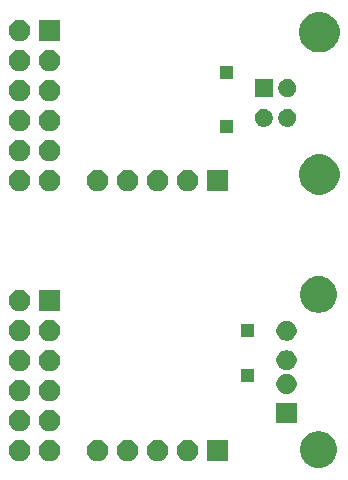
<source format=gbr>
G04 #@! TF.GenerationSoftware,KiCad,Pcbnew,5.1.6-c6e7f7d~86~ubuntu18.04.1*
G04 #@! TF.CreationDate,2021-05-10T20:55:15-07:00*
G04 #@! TF.ProjectId,usb_pmod,7573625f-706d-46f6-942e-6b696361645f,rev?*
G04 #@! TF.SameCoordinates,Original*
G04 #@! TF.FileFunction,Soldermask,Bot*
G04 #@! TF.FilePolarity,Negative*
%FSLAX46Y46*%
G04 Gerber Fmt 4.6, Leading zero omitted, Abs format (unit mm)*
G04 Created by KiCad (PCBNEW 5.1.6-c6e7f7d~86~ubuntu18.04.1) date 2021-05-10 20:55:15*
%MOMM*%
%LPD*%
G01*
G04 APERTURE LIST*
%ADD10C,0.100000*%
G04 APERTURE END LIST*
D10*
G36*
X109438585Y-105090802D02*
G01*
X109588410Y-105120604D01*
X109870674Y-105237521D01*
X110124705Y-105407259D01*
X110340741Y-105623295D01*
X110510479Y-105877326D01*
X110627396Y-106159590D01*
X110687000Y-106459240D01*
X110687000Y-106764760D01*
X110627396Y-107064410D01*
X110510479Y-107346674D01*
X110340741Y-107600705D01*
X110124705Y-107816741D01*
X109870674Y-107986479D01*
X109588410Y-108103396D01*
X109438585Y-108133198D01*
X109288761Y-108163000D01*
X108983239Y-108163000D01*
X108833415Y-108133198D01*
X108683590Y-108103396D01*
X108401326Y-107986479D01*
X108147295Y-107816741D01*
X107931259Y-107600705D01*
X107761521Y-107346674D01*
X107644604Y-107064410D01*
X107585000Y-106764760D01*
X107585000Y-106459240D01*
X107644604Y-106159590D01*
X107761521Y-105877326D01*
X107931259Y-105623295D01*
X108147295Y-105407259D01*
X108401326Y-105237521D01*
X108683590Y-105120604D01*
X108833415Y-105090802D01*
X108983239Y-105061000D01*
X109288761Y-105061000D01*
X109438585Y-105090802D01*
G37*
G36*
X101485000Y-107581000D02*
G01*
X99683000Y-107581000D01*
X99683000Y-105779000D01*
X101485000Y-105779000D01*
X101485000Y-107581000D01*
G37*
G36*
X86473512Y-105783927D02*
G01*
X86622812Y-105813624D01*
X86786784Y-105881544D01*
X86934354Y-105980147D01*
X87059853Y-106105646D01*
X87158456Y-106253216D01*
X87226376Y-106417188D01*
X87261000Y-106591259D01*
X87261000Y-106768741D01*
X87226376Y-106942812D01*
X87158456Y-107106784D01*
X87059853Y-107254354D01*
X86934354Y-107379853D01*
X86786784Y-107478456D01*
X86622812Y-107546376D01*
X86473512Y-107576073D01*
X86448742Y-107581000D01*
X86271258Y-107581000D01*
X86246488Y-107576073D01*
X86097188Y-107546376D01*
X85933216Y-107478456D01*
X85785646Y-107379853D01*
X85660147Y-107254354D01*
X85561544Y-107106784D01*
X85493624Y-106942812D01*
X85459000Y-106768741D01*
X85459000Y-106591259D01*
X85493624Y-106417188D01*
X85561544Y-106253216D01*
X85660147Y-106105646D01*
X85785646Y-105980147D01*
X85933216Y-105881544D01*
X86097188Y-105813624D01*
X86246488Y-105783927D01*
X86271258Y-105779000D01*
X86448742Y-105779000D01*
X86473512Y-105783927D01*
G37*
G36*
X83933512Y-105783927D02*
G01*
X84082812Y-105813624D01*
X84246784Y-105881544D01*
X84394354Y-105980147D01*
X84519853Y-106105646D01*
X84618456Y-106253216D01*
X84686376Y-106417188D01*
X84721000Y-106591259D01*
X84721000Y-106768741D01*
X84686376Y-106942812D01*
X84618456Y-107106784D01*
X84519853Y-107254354D01*
X84394354Y-107379853D01*
X84246784Y-107478456D01*
X84082812Y-107546376D01*
X83933512Y-107576073D01*
X83908742Y-107581000D01*
X83731258Y-107581000D01*
X83706488Y-107576073D01*
X83557188Y-107546376D01*
X83393216Y-107478456D01*
X83245646Y-107379853D01*
X83120147Y-107254354D01*
X83021544Y-107106784D01*
X82953624Y-106942812D01*
X82919000Y-106768741D01*
X82919000Y-106591259D01*
X82953624Y-106417188D01*
X83021544Y-106253216D01*
X83120147Y-106105646D01*
X83245646Y-105980147D01*
X83393216Y-105881544D01*
X83557188Y-105813624D01*
X83706488Y-105783927D01*
X83731258Y-105779000D01*
X83908742Y-105779000D01*
X83933512Y-105783927D01*
G37*
G36*
X98157512Y-105783927D02*
G01*
X98306812Y-105813624D01*
X98470784Y-105881544D01*
X98618354Y-105980147D01*
X98743853Y-106105646D01*
X98842456Y-106253216D01*
X98910376Y-106417188D01*
X98945000Y-106591259D01*
X98945000Y-106768741D01*
X98910376Y-106942812D01*
X98842456Y-107106784D01*
X98743853Y-107254354D01*
X98618354Y-107379853D01*
X98470784Y-107478456D01*
X98306812Y-107546376D01*
X98157512Y-107576073D01*
X98132742Y-107581000D01*
X97955258Y-107581000D01*
X97930488Y-107576073D01*
X97781188Y-107546376D01*
X97617216Y-107478456D01*
X97469646Y-107379853D01*
X97344147Y-107254354D01*
X97245544Y-107106784D01*
X97177624Y-106942812D01*
X97143000Y-106768741D01*
X97143000Y-106591259D01*
X97177624Y-106417188D01*
X97245544Y-106253216D01*
X97344147Y-106105646D01*
X97469646Y-105980147D01*
X97617216Y-105881544D01*
X97781188Y-105813624D01*
X97930488Y-105783927D01*
X97955258Y-105779000D01*
X98132742Y-105779000D01*
X98157512Y-105783927D01*
G37*
G36*
X93077512Y-105783927D02*
G01*
X93226812Y-105813624D01*
X93390784Y-105881544D01*
X93538354Y-105980147D01*
X93663853Y-106105646D01*
X93762456Y-106253216D01*
X93830376Y-106417188D01*
X93865000Y-106591259D01*
X93865000Y-106768741D01*
X93830376Y-106942812D01*
X93762456Y-107106784D01*
X93663853Y-107254354D01*
X93538354Y-107379853D01*
X93390784Y-107478456D01*
X93226812Y-107546376D01*
X93077512Y-107576073D01*
X93052742Y-107581000D01*
X92875258Y-107581000D01*
X92850488Y-107576073D01*
X92701188Y-107546376D01*
X92537216Y-107478456D01*
X92389646Y-107379853D01*
X92264147Y-107254354D01*
X92165544Y-107106784D01*
X92097624Y-106942812D01*
X92063000Y-106768741D01*
X92063000Y-106591259D01*
X92097624Y-106417188D01*
X92165544Y-106253216D01*
X92264147Y-106105646D01*
X92389646Y-105980147D01*
X92537216Y-105881544D01*
X92701188Y-105813624D01*
X92850488Y-105783927D01*
X92875258Y-105779000D01*
X93052742Y-105779000D01*
X93077512Y-105783927D01*
G37*
G36*
X90537512Y-105783927D02*
G01*
X90686812Y-105813624D01*
X90850784Y-105881544D01*
X90998354Y-105980147D01*
X91123853Y-106105646D01*
X91222456Y-106253216D01*
X91290376Y-106417188D01*
X91325000Y-106591259D01*
X91325000Y-106768741D01*
X91290376Y-106942812D01*
X91222456Y-107106784D01*
X91123853Y-107254354D01*
X90998354Y-107379853D01*
X90850784Y-107478456D01*
X90686812Y-107546376D01*
X90537512Y-107576073D01*
X90512742Y-107581000D01*
X90335258Y-107581000D01*
X90310488Y-107576073D01*
X90161188Y-107546376D01*
X89997216Y-107478456D01*
X89849646Y-107379853D01*
X89724147Y-107254354D01*
X89625544Y-107106784D01*
X89557624Y-106942812D01*
X89523000Y-106768741D01*
X89523000Y-106591259D01*
X89557624Y-106417188D01*
X89625544Y-106253216D01*
X89724147Y-106105646D01*
X89849646Y-105980147D01*
X89997216Y-105881544D01*
X90161188Y-105813624D01*
X90310488Y-105783927D01*
X90335258Y-105779000D01*
X90512742Y-105779000D01*
X90537512Y-105783927D01*
G37*
G36*
X95617512Y-105783927D02*
G01*
X95766812Y-105813624D01*
X95930784Y-105881544D01*
X96078354Y-105980147D01*
X96203853Y-106105646D01*
X96302456Y-106253216D01*
X96370376Y-106417188D01*
X96405000Y-106591259D01*
X96405000Y-106768741D01*
X96370376Y-106942812D01*
X96302456Y-107106784D01*
X96203853Y-107254354D01*
X96078354Y-107379853D01*
X95930784Y-107478456D01*
X95766812Y-107546376D01*
X95617512Y-107576073D01*
X95592742Y-107581000D01*
X95415258Y-107581000D01*
X95390488Y-107576073D01*
X95241188Y-107546376D01*
X95077216Y-107478456D01*
X94929646Y-107379853D01*
X94804147Y-107254354D01*
X94705544Y-107106784D01*
X94637624Y-106942812D01*
X94603000Y-106768741D01*
X94603000Y-106591259D01*
X94637624Y-106417188D01*
X94705544Y-106253216D01*
X94804147Y-106105646D01*
X94929646Y-105980147D01*
X95077216Y-105881544D01*
X95241188Y-105813624D01*
X95390488Y-105783927D01*
X95415258Y-105779000D01*
X95592742Y-105779000D01*
X95617512Y-105783927D01*
G37*
G36*
X86473512Y-103243927D02*
G01*
X86622812Y-103273624D01*
X86786784Y-103341544D01*
X86934354Y-103440147D01*
X87059853Y-103565646D01*
X87158456Y-103713216D01*
X87226376Y-103877188D01*
X87261000Y-104051259D01*
X87261000Y-104228741D01*
X87226376Y-104402812D01*
X87158456Y-104566784D01*
X87059853Y-104714354D01*
X86934354Y-104839853D01*
X86786784Y-104938456D01*
X86622812Y-105006376D01*
X86473512Y-105036073D01*
X86448742Y-105041000D01*
X86271258Y-105041000D01*
X86246488Y-105036073D01*
X86097188Y-105006376D01*
X85933216Y-104938456D01*
X85785646Y-104839853D01*
X85660147Y-104714354D01*
X85561544Y-104566784D01*
X85493624Y-104402812D01*
X85459000Y-104228741D01*
X85459000Y-104051259D01*
X85493624Y-103877188D01*
X85561544Y-103713216D01*
X85660147Y-103565646D01*
X85785646Y-103440147D01*
X85933216Y-103341544D01*
X86097188Y-103273624D01*
X86246488Y-103243927D01*
X86271258Y-103239000D01*
X86448742Y-103239000D01*
X86473512Y-103243927D01*
G37*
G36*
X83933512Y-103243927D02*
G01*
X84082812Y-103273624D01*
X84246784Y-103341544D01*
X84394354Y-103440147D01*
X84519853Y-103565646D01*
X84618456Y-103713216D01*
X84686376Y-103877188D01*
X84721000Y-104051259D01*
X84721000Y-104228741D01*
X84686376Y-104402812D01*
X84618456Y-104566784D01*
X84519853Y-104714354D01*
X84394354Y-104839853D01*
X84246784Y-104938456D01*
X84082812Y-105006376D01*
X83933512Y-105036073D01*
X83908742Y-105041000D01*
X83731258Y-105041000D01*
X83706488Y-105036073D01*
X83557188Y-105006376D01*
X83393216Y-104938456D01*
X83245646Y-104839853D01*
X83120147Y-104714354D01*
X83021544Y-104566784D01*
X82953624Y-104402812D01*
X82919000Y-104228741D01*
X82919000Y-104051259D01*
X82953624Y-103877188D01*
X83021544Y-103713216D01*
X83120147Y-103565646D01*
X83245646Y-103440147D01*
X83393216Y-103341544D01*
X83557188Y-103273624D01*
X83706488Y-103243927D01*
X83731258Y-103239000D01*
X83908742Y-103239000D01*
X83933512Y-103243927D01*
G37*
G36*
X107277000Y-104393000D02*
G01*
X105575000Y-104393000D01*
X105575000Y-102691000D01*
X107277000Y-102691000D01*
X107277000Y-104393000D01*
G37*
G36*
X86473512Y-100703927D02*
G01*
X86622812Y-100733624D01*
X86786784Y-100801544D01*
X86934354Y-100900147D01*
X87059853Y-101025646D01*
X87158456Y-101173216D01*
X87226376Y-101337188D01*
X87261000Y-101511259D01*
X87261000Y-101688741D01*
X87226376Y-101862812D01*
X87158456Y-102026784D01*
X87059853Y-102174354D01*
X86934354Y-102299853D01*
X86786784Y-102398456D01*
X86622812Y-102466376D01*
X86473512Y-102496073D01*
X86448742Y-102501000D01*
X86271258Y-102501000D01*
X86246488Y-102496073D01*
X86097188Y-102466376D01*
X85933216Y-102398456D01*
X85785646Y-102299853D01*
X85660147Y-102174354D01*
X85561544Y-102026784D01*
X85493624Y-101862812D01*
X85459000Y-101688741D01*
X85459000Y-101511259D01*
X85493624Y-101337188D01*
X85561544Y-101173216D01*
X85660147Y-101025646D01*
X85785646Y-100900147D01*
X85933216Y-100801544D01*
X86097188Y-100733624D01*
X86246488Y-100703927D01*
X86271258Y-100699000D01*
X86448742Y-100699000D01*
X86473512Y-100703927D01*
G37*
G36*
X83933512Y-100703927D02*
G01*
X84082812Y-100733624D01*
X84246784Y-100801544D01*
X84394354Y-100900147D01*
X84519853Y-101025646D01*
X84618456Y-101173216D01*
X84686376Y-101337188D01*
X84721000Y-101511259D01*
X84721000Y-101688741D01*
X84686376Y-101862812D01*
X84618456Y-102026784D01*
X84519853Y-102174354D01*
X84394354Y-102299853D01*
X84246784Y-102398456D01*
X84082812Y-102466376D01*
X83933512Y-102496073D01*
X83908742Y-102501000D01*
X83731258Y-102501000D01*
X83706488Y-102496073D01*
X83557188Y-102466376D01*
X83393216Y-102398456D01*
X83245646Y-102299853D01*
X83120147Y-102174354D01*
X83021544Y-102026784D01*
X82953624Y-101862812D01*
X82919000Y-101688741D01*
X82919000Y-101511259D01*
X82953624Y-101337188D01*
X83021544Y-101173216D01*
X83120147Y-101025646D01*
X83245646Y-100900147D01*
X83393216Y-100801544D01*
X83557188Y-100733624D01*
X83706488Y-100703927D01*
X83731258Y-100699000D01*
X83908742Y-100699000D01*
X83933512Y-100703927D01*
G37*
G36*
X106674228Y-100223703D02*
G01*
X106829100Y-100287853D01*
X106968481Y-100380985D01*
X107087015Y-100499519D01*
X107180147Y-100638900D01*
X107244297Y-100793772D01*
X107277000Y-100958184D01*
X107277000Y-101125816D01*
X107244297Y-101290228D01*
X107180147Y-101445100D01*
X107087015Y-101584481D01*
X106968481Y-101703015D01*
X106829100Y-101796147D01*
X106674228Y-101860297D01*
X106509816Y-101893000D01*
X106342184Y-101893000D01*
X106177772Y-101860297D01*
X106022900Y-101796147D01*
X105883519Y-101703015D01*
X105764985Y-101584481D01*
X105671853Y-101445100D01*
X105607703Y-101290228D01*
X105575000Y-101125816D01*
X105575000Y-100958184D01*
X105607703Y-100793772D01*
X105671853Y-100638900D01*
X105764985Y-100499519D01*
X105883519Y-100380985D01*
X106022900Y-100287853D01*
X106177772Y-100223703D01*
X106342184Y-100191000D01*
X106509816Y-100191000D01*
X106674228Y-100223703D01*
G37*
G36*
X103675000Y-100881000D02*
G01*
X102573000Y-100881000D01*
X102573000Y-99779000D01*
X103675000Y-99779000D01*
X103675000Y-100881000D01*
G37*
G36*
X86473512Y-98163927D02*
G01*
X86622812Y-98193624D01*
X86786784Y-98261544D01*
X86934354Y-98360147D01*
X87059853Y-98485646D01*
X87158456Y-98633216D01*
X87226376Y-98797188D01*
X87256073Y-98946488D01*
X87258400Y-98958185D01*
X87261000Y-98971259D01*
X87261000Y-99148741D01*
X87226376Y-99322812D01*
X87158456Y-99486784D01*
X87059853Y-99634354D01*
X86934354Y-99759853D01*
X86786784Y-99858456D01*
X86622812Y-99926376D01*
X86473512Y-99956073D01*
X86448742Y-99961000D01*
X86271258Y-99961000D01*
X86246488Y-99956073D01*
X86097188Y-99926376D01*
X85933216Y-99858456D01*
X85785646Y-99759853D01*
X85660147Y-99634354D01*
X85561544Y-99486784D01*
X85493624Y-99322812D01*
X85459000Y-99148741D01*
X85459000Y-98971259D01*
X85461601Y-98958185D01*
X85463927Y-98946488D01*
X85493624Y-98797188D01*
X85561544Y-98633216D01*
X85660147Y-98485646D01*
X85785646Y-98360147D01*
X85933216Y-98261544D01*
X86097188Y-98193624D01*
X86246488Y-98163927D01*
X86271258Y-98159000D01*
X86448742Y-98159000D01*
X86473512Y-98163927D01*
G37*
G36*
X83933512Y-98163927D02*
G01*
X84082812Y-98193624D01*
X84246784Y-98261544D01*
X84394354Y-98360147D01*
X84519853Y-98485646D01*
X84618456Y-98633216D01*
X84686376Y-98797188D01*
X84716073Y-98946488D01*
X84718400Y-98958185D01*
X84721000Y-98971259D01*
X84721000Y-99148741D01*
X84686376Y-99322812D01*
X84618456Y-99486784D01*
X84519853Y-99634354D01*
X84394354Y-99759853D01*
X84246784Y-99858456D01*
X84082812Y-99926376D01*
X83933512Y-99956073D01*
X83908742Y-99961000D01*
X83731258Y-99961000D01*
X83706488Y-99956073D01*
X83557188Y-99926376D01*
X83393216Y-99858456D01*
X83245646Y-99759853D01*
X83120147Y-99634354D01*
X83021544Y-99486784D01*
X82953624Y-99322812D01*
X82919000Y-99148741D01*
X82919000Y-98971259D01*
X82921601Y-98958185D01*
X82923927Y-98946488D01*
X82953624Y-98797188D01*
X83021544Y-98633216D01*
X83120147Y-98485646D01*
X83245646Y-98360147D01*
X83393216Y-98261544D01*
X83557188Y-98193624D01*
X83706488Y-98163927D01*
X83731258Y-98159000D01*
X83908742Y-98159000D01*
X83933512Y-98163927D01*
G37*
G36*
X106674228Y-98223703D02*
G01*
X106829100Y-98287853D01*
X106968481Y-98380985D01*
X107087015Y-98499519D01*
X107180147Y-98638900D01*
X107244297Y-98793772D01*
X107277000Y-98958184D01*
X107277000Y-99125816D01*
X107244297Y-99290228D01*
X107180147Y-99445100D01*
X107087015Y-99584481D01*
X106968481Y-99703015D01*
X106829100Y-99796147D01*
X106674228Y-99860297D01*
X106509816Y-99893000D01*
X106342184Y-99893000D01*
X106177772Y-99860297D01*
X106022900Y-99796147D01*
X105883519Y-99703015D01*
X105764985Y-99584481D01*
X105671853Y-99445100D01*
X105607703Y-99290228D01*
X105575000Y-99125816D01*
X105575000Y-98958184D01*
X105607703Y-98793772D01*
X105671853Y-98638900D01*
X105764985Y-98499519D01*
X105883519Y-98380985D01*
X106022900Y-98287853D01*
X106177772Y-98223703D01*
X106342184Y-98191000D01*
X106509816Y-98191000D01*
X106674228Y-98223703D01*
G37*
G36*
X86473512Y-95623927D02*
G01*
X86622812Y-95653624D01*
X86786784Y-95721544D01*
X86934354Y-95820147D01*
X87059853Y-95945646D01*
X87158456Y-96093216D01*
X87226376Y-96257188D01*
X87261000Y-96431259D01*
X87261000Y-96608741D01*
X87226376Y-96782812D01*
X87158456Y-96946784D01*
X87059853Y-97094354D01*
X86934354Y-97219853D01*
X86786784Y-97318456D01*
X86622812Y-97386376D01*
X86473512Y-97416073D01*
X86448742Y-97421000D01*
X86271258Y-97421000D01*
X86246488Y-97416073D01*
X86097188Y-97386376D01*
X85933216Y-97318456D01*
X85785646Y-97219853D01*
X85660147Y-97094354D01*
X85561544Y-96946784D01*
X85493624Y-96782812D01*
X85459000Y-96608741D01*
X85459000Y-96431259D01*
X85493624Y-96257188D01*
X85561544Y-96093216D01*
X85660147Y-95945646D01*
X85785646Y-95820147D01*
X85933216Y-95721544D01*
X86097188Y-95653624D01*
X86246488Y-95623927D01*
X86271258Y-95619000D01*
X86448742Y-95619000D01*
X86473512Y-95623927D01*
G37*
G36*
X83933512Y-95623927D02*
G01*
X84082812Y-95653624D01*
X84246784Y-95721544D01*
X84394354Y-95820147D01*
X84519853Y-95945646D01*
X84618456Y-96093216D01*
X84686376Y-96257188D01*
X84721000Y-96431259D01*
X84721000Y-96608741D01*
X84686376Y-96782812D01*
X84618456Y-96946784D01*
X84519853Y-97094354D01*
X84394354Y-97219853D01*
X84246784Y-97318456D01*
X84082812Y-97386376D01*
X83933512Y-97416073D01*
X83908742Y-97421000D01*
X83731258Y-97421000D01*
X83706488Y-97416073D01*
X83557188Y-97386376D01*
X83393216Y-97318456D01*
X83245646Y-97219853D01*
X83120147Y-97094354D01*
X83021544Y-96946784D01*
X82953624Y-96782812D01*
X82919000Y-96608741D01*
X82919000Y-96431259D01*
X82953624Y-96257188D01*
X83021544Y-96093216D01*
X83120147Y-95945646D01*
X83245646Y-95820147D01*
X83393216Y-95721544D01*
X83557188Y-95653624D01*
X83706488Y-95623927D01*
X83731258Y-95619000D01*
X83908742Y-95619000D01*
X83933512Y-95623927D01*
G37*
G36*
X106674228Y-95723703D02*
G01*
X106829100Y-95787853D01*
X106968481Y-95880985D01*
X107087015Y-95999519D01*
X107180147Y-96138900D01*
X107244297Y-96293772D01*
X107277000Y-96458184D01*
X107277000Y-96625816D01*
X107244297Y-96790228D01*
X107180147Y-96945100D01*
X107087015Y-97084481D01*
X106968481Y-97203015D01*
X106829100Y-97296147D01*
X106674228Y-97360297D01*
X106509816Y-97393000D01*
X106342184Y-97393000D01*
X106177772Y-97360297D01*
X106022900Y-97296147D01*
X105883519Y-97203015D01*
X105764985Y-97084481D01*
X105671853Y-96945100D01*
X105607703Y-96790228D01*
X105575000Y-96625816D01*
X105575000Y-96458184D01*
X105607703Y-96293772D01*
X105671853Y-96138900D01*
X105764985Y-95999519D01*
X105883519Y-95880985D01*
X106022900Y-95787853D01*
X106177772Y-95723703D01*
X106342184Y-95691000D01*
X106509816Y-95691000D01*
X106674228Y-95723703D01*
G37*
G36*
X103675000Y-97071000D02*
G01*
X102573000Y-97071000D01*
X102573000Y-95969000D01*
X103675000Y-95969000D01*
X103675000Y-97071000D01*
G37*
G36*
X109438585Y-91950802D02*
G01*
X109588410Y-91980604D01*
X109870674Y-92097521D01*
X110124705Y-92267259D01*
X110340741Y-92483295D01*
X110510479Y-92737326D01*
X110627396Y-93019590D01*
X110687000Y-93319240D01*
X110687000Y-93624760D01*
X110627396Y-93924410D01*
X110510479Y-94206674D01*
X110340741Y-94460705D01*
X110124705Y-94676741D01*
X109870674Y-94846479D01*
X109588410Y-94963396D01*
X109438585Y-94993198D01*
X109288761Y-95023000D01*
X108983239Y-95023000D01*
X108833415Y-94993198D01*
X108683590Y-94963396D01*
X108401326Y-94846479D01*
X108147295Y-94676741D01*
X107931259Y-94460705D01*
X107761521Y-94206674D01*
X107644604Y-93924410D01*
X107585000Y-93624760D01*
X107585000Y-93319240D01*
X107644604Y-93019590D01*
X107761521Y-92737326D01*
X107931259Y-92483295D01*
X108147295Y-92267259D01*
X108401326Y-92097521D01*
X108683590Y-91980604D01*
X108833415Y-91950802D01*
X108983239Y-91921000D01*
X109288761Y-91921000D01*
X109438585Y-91950802D01*
G37*
G36*
X87261000Y-94881000D02*
G01*
X85459000Y-94881000D01*
X85459000Y-93079000D01*
X87261000Y-93079000D01*
X87261000Y-94881000D01*
G37*
G36*
X83933512Y-93083927D02*
G01*
X84082812Y-93113624D01*
X84246784Y-93181544D01*
X84394354Y-93280147D01*
X84519853Y-93405646D01*
X84618456Y-93553216D01*
X84686376Y-93717188D01*
X84721000Y-93891259D01*
X84721000Y-94068741D01*
X84686376Y-94242812D01*
X84618456Y-94406784D01*
X84519853Y-94554354D01*
X84394354Y-94679853D01*
X84246784Y-94778456D01*
X84082812Y-94846376D01*
X83933512Y-94876073D01*
X83908742Y-94881000D01*
X83731258Y-94881000D01*
X83706488Y-94876073D01*
X83557188Y-94846376D01*
X83393216Y-94778456D01*
X83245646Y-94679853D01*
X83120147Y-94554354D01*
X83021544Y-94406784D01*
X82953624Y-94242812D01*
X82919000Y-94068741D01*
X82919000Y-93891259D01*
X82953624Y-93717188D01*
X83021544Y-93553216D01*
X83120147Y-93405646D01*
X83245646Y-93280147D01*
X83393216Y-93181544D01*
X83557188Y-93113624D01*
X83706488Y-93083927D01*
X83731258Y-93079000D01*
X83908742Y-93079000D01*
X83933512Y-93083927D01*
G37*
G36*
X109700496Y-81668675D02*
G01*
X110011513Y-81797503D01*
X110011515Y-81797504D01*
X110291424Y-81984533D01*
X110529467Y-82222576D01*
X110716496Y-82502485D01*
X110716497Y-82502487D01*
X110845325Y-82813504D01*
X110911000Y-83143677D01*
X110911000Y-83480323D01*
X110845325Y-83810496D01*
X110716497Y-84121513D01*
X110716496Y-84121515D01*
X110529467Y-84401424D01*
X110291424Y-84639467D01*
X110011515Y-84826496D01*
X110011514Y-84826497D01*
X110011513Y-84826497D01*
X109700496Y-84955325D01*
X109370323Y-85021000D01*
X109033677Y-85021000D01*
X108703504Y-84955325D01*
X108392487Y-84826497D01*
X108392486Y-84826497D01*
X108392485Y-84826496D01*
X108112576Y-84639467D01*
X107874533Y-84401424D01*
X107687504Y-84121515D01*
X107687503Y-84121513D01*
X107558675Y-83810496D01*
X107493000Y-83480323D01*
X107493000Y-83143677D01*
X107558675Y-82813504D01*
X107687503Y-82502487D01*
X107687504Y-82502485D01*
X107874533Y-82222576D01*
X108112576Y-81984533D01*
X108392485Y-81797504D01*
X108392487Y-81797503D01*
X108703504Y-81668675D01*
X109033677Y-81603000D01*
X109370323Y-81603000D01*
X109700496Y-81668675D01*
G37*
G36*
X93077512Y-82923927D02*
G01*
X93226812Y-82953624D01*
X93390784Y-83021544D01*
X93538354Y-83120147D01*
X93663853Y-83245646D01*
X93762456Y-83393216D01*
X93830376Y-83557188D01*
X93865000Y-83731259D01*
X93865000Y-83908741D01*
X93830376Y-84082812D01*
X93762456Y-84246784D01*
X93663853Y-84394354D01*
X93538354Y-84519853D01*
X93390784Y-84618456D01*
X93226812Y-84686376D01*
X93077512Y-84716073D01*
X93052742Y-84721000D01*
X92875258Y-84721000D01*
X92850488Y-84716073D01*
X92701188Y-84686376D01*
X92537216Y-84618456D01*
X92389646Y-84519853D01*
X92264147Y-84394354D01*
X92165544Y-84246784D01*
X92097624Y-84082812D01*
X92063000Y-83908741D01*
X92063000Y-83731259D01*
X92097624Y-83557188D01*
X92165544Y-83393216D01*
X92264147Y-83245646D01*
X92389646Y-83120147D01*
X92537216Y-83021544D01*
X92701188Y-82953624D01*
X92850488Y-82923927D01*
X92875258Y-82919000D01*
X93052742Y-82919000D01*
X93077512Y-82923927D01*
G37*
G36*
X98157512Y-82923927D02*
G01*
X98306812Y-82953624D01*
X98470784Y-83021544D01*
X98618354Y-83120147D01*
X98743853Y-83245646D01*
X98842456Y-83393216D01*
X98910376Y-83557188D01*
X98945000Y-83731259D01*
X98945000Y-83908741D01*
X98910376Y-84082812D01*
X98842456Y-84246784D01*
X98743853Y-84394354D01*
X98618354Y-84519853D01*
X98470784Y-84618456D01*
X98306812Y-84686376D01*
X98157512Y-84716073D01*
X98132742Y-84721000D01*
X97955258Y-84721000D01*
X97930488Y-84716073D01*
X97781188Y-84686376D01*
X97617216Y-84618456D01*
X97469646Y-84519853D01*
X97344147Y-84394354D01*
X97245544Y-84246784D01*
X97177624Y-84082812D01*
X97143000Y-83908741D01*
X97143000Y-83731259D01*
X97177624Y-83557188D01*
X97245544Y-83393216D01*
X97344147Y-83245646D01*
X97469646Y-83120147D01*
X97617216Y-83021544D01*
X97781188Y-82953624D01*
X97930488Y-82923927D01*
X97955258Y-82919000D01*
X98132742Y-82919000D01*
X98157512Y-82923927D01*
G37*
G36*
X101485000Y-84721000D02*
G01*
X99683000Y-84721000D01*
X99683000Y-82919000D01*
X101485000Y-82919000D01*
X101485000Y-84721000D01*
G37*
G36*
X83933512Y-82923927D02*
G01*
X84082812Y-82953624D01*
X84246784Y-83021544D01*
X84394354Y-83120147D01*
X84519853Y-83245646D01*
X84618456Y-83393216D01*
X84686376Y-83557188D01*
X84721000Y-83731259D01*
X84721000Y-83908741D01*
X84686376Y-84082812D01*
X84618456Y-84246784D01*
X84519853Y-84394354D01*
X84394354Y-84519853D01*
X84246784Y-84618456D01*
X84082812Y-84686376D01*
X83933512Y-84716073D01*
X83908742Y-84721000D01*
X83731258Y-84721000D01*
X83706488Y-84716073D01*
X83557188Y-84686376D01*
X83393216Y-84618456D01*
X83245646Y-84519853D01*
X83120147Y-84394354D01*
X83021544Y-84246784D01*
X82953624Y-84082812D01*
X82919000Y-83908741D01*
X82919000Y-83731259D01*
X82953624Y-83557188D01*
X83021544Y-83393216D01*
X83120147Y-83245646D01*
X83245646Y-83120147D01*
X83393216Y-83021544D01*
X83557188Y-82953624D01*
X83706488Y-82923927D01*
X83731258Y-82919000D01*
X83908742Y-82919000D01*
X83933512Y-82923927D01*
G37*
G36*
X86473512Y-82923927D02*
G01*
X86622812Y-82953624D01*
X86786784Y-83021544D01*
X86934354Y-83120147D01*
X87059853Y-83245646D01*
X87158456Y-83393216D01*
X87226376Y-83557188D01*
X87261000Y-83731259D01*
X87261000Y-83908741D01*
X87226376Y-84082812D01*
X87158456Y-84246784D01*
X87059853Y-84394354D01*
X86934354Y-84519853D01*
X86786784Y-84618456D01*
X86622812Y-84686376D01*
X86473512Y-84716073D01*
X86448742Y-84721000D01*
X86271258Y-84721000D01*
X86246488Y-84716073D01*
X86097188Y-84686376D01*
X85933216Y-84618456D01*
X85785646Y-84519853D01*
X85660147Y-84394354D01*
X85561544Y-84246784D01*
X85493624Y-84082812D01*
X85459000Y-83908741D01*
X85459000Y-83731259D01*
X85493624Y-83557188D01*
X85561544Y-83393216D01*
X85660147Y-83245646D01*
X85785646Y-83120147D01*
X85933216Y-83021544D01*
X86097188Y-82953624D01*
X86246488Y-82923927D01*
X86271258Y-82919000D01*
X86448742Y-82919000D01*
X86473512Y-82923927D01*
G37*
G36*
X90537512Y-82923927D02*
G01*
X90686812Y-82953624D01*
X90850784Y-83021544D01*
X90998354Y-83120147D01*
X91123853Y-83245646D01*
X91222456Y-83393216D01*
X91290376Y-83557188D01*
X91325000Y-83731259D01*
X91325000Y-83908741D01*
X91290376Y-84082812D01*
X91222456Y-84246784D01*
X91123853Y-84394354D01*
X90998354Y-84519853D01*
X90850784Y-84618456D01*
X90686812Y-84686376D01*
X90537512Y-84716073D01*
X90512742Y-84721000D01*
X90335258Y-84721000D01*
X90310488Y-84716073D01*
X90161188Y-84686376D01*
X89997216Y-84618456D01*
X89849646Y-84519853D01*
X89724147Y-84394354D01*
X89625544Y-84246784D01*
X89557624Y-84082812D01*
X89523000Y-83908741D01*
X89523000Y-83731259D01*
X89557624Y-83557188D01*
X89625544Y-83393216D01*
X89724147Y-83245646D01*
X89849646Y-83120147D01*
X89997216Y-83021544D01*
X90161188Y-82953624D01*
X90310488Y-82923927D01*
X90335258Y-82919000D01*
X90512742Y-82919000D01*
X90537512Y-82923927D01*
G37*
G36*
X95617512Y-82923927D02*
G01*
X95766812Y-82953624D01*
X95930784Y-83021544D01*
X96078354Y-83120147D01*
X96203853Y-83245646D01*
X96302456Y-83393216D01*
X96370376Y-83557188D01*
X96405000Y-83731259D01*
X96405000Y-83908741D01*
X96370376Y-84082812D01*
X96302456Y-84246784D01*
X96203853Y-84394354D01*
X96078354Y-84519853D01*
X95930784Y-84618456D01*
X95766812Y-84686376D01*
X95617512Y-84716073D01*
X95592742Y-84721000D01*
X95415258Y-84721000D01*
X95390488Y-84716073D01*
X95241188Y-84686376D01*
X95077216Y-84618456D01*
X94929646Y-84519853D01*
X94804147Y-84394354D01*
X94705544Y-84246784D01*
X94637624Y-84082812D01*
X94603000Y-83908741D01*
X94603000Y-83731259D01*
X94637624Y-83557188D01*
X94705544Y-83393216D01*
X94804147Y-83245646D01*
X94929646Y-83120147D01*
X95077216Y-83021544D01*
X95241188Y-82953624D01*
X95390488Y-82923927D01*
X95415258Y-82919000D01*
X95592742Y-82919000D01*
X95617512Y-82923927D01*
G37*
G36*
X86473512Y-80383927D02*
G01*
X86622812Y-80413624D01*
X86786784Y-80481544D01*
X86934354Y-80580147D01*
X87059853Y-80705646D01*
X87158456Y-80853216D01*
X87226376Y-81017188D01*
X87261000Y-81191259D01*
X87261000Y-81368741D01*
X87226376Y-81542812D01*
X87158456Y-81706784D01*
X87059853Y-81854354D01*
X86934354Y-81979853D01*
X86786784Y-82078456D01*
X86622812Y-82146376D01*
X86473512Y-82176073D01*
X86448742Y-82181000D01*
X86271258Y-82181000D01*
X86246488Y-82176073D01*
X86097188Y-82146376D01*
X85933216Y-82078456D01*
X85785646Y-81979853D01*
X85660147Y-81854354D01*
X85561544Y-81706784D01*
X85493624Y-81542812D01*
X85459000Y-81368741D01*
X85459000Y-81191259D01*
X85493624Y-81017188D01*
X85561544Y-80853216D01*
X85660147Y-80705646D01*
X85785646Y-80580147D01*
X85933216Y-80481544D01*
X86097188Y-80413624D01*
X86246488Y-80383927D01*
X86271258Y-80379000D01*
X86448742Y-80379000D01*
X86473512Y-80383927D01*
G37*
G36*
X83933512Y-80383927D02*
G01*
X84082812Y-80413624D01*
X84246784Y-80481544D01*
X84394354Y-80580147D01*
X84519853Y-80705646D01*
X84618456Y-80853216D01*
X84686376Y-81017188D01*
X84721000Y-81191259D01*
X84721000Y-81368741D01*
X84686376Y-81542812D01*
X84618456Y-81706784D01*
X84519853Y-81854354D01*
X84394354Y-81979853D01*
X84246784Y-82078456D01*
X84082812Y-82146376D01*
X83933512Y-82176073D01*
X83908742Y-82181000D01*
X83731258Y-82181000D01*
X83706488Y-82176073D01*
X83557188Y-82146376D01*
X83393216Y-82078456D01*
X83245646Y-81979853D01*
X83120147Y-81854354D01*
X83021544Y-81706784D01*
X82953624Y-81542812D01*
X82919000Y-81368741D01*
X82919000Y-81191259D01*
X82953624Y-81017188D01*
X83021544Y-80853216D01*
X83120147Y-80705646D01*
X83245646Y-80580147D01*
X83393216Y-80481544D01*
X83557188Y-80413624D01*
X83706488Y-80383927D01*
X83731258Y-80379000D01*
X83908742Y-80379000D01*
X83933512Y-80383927D01*
G37*
G36*
X101897000Y-79799000D02*
G01*
X100795000Y-79799000D01*
X100795000Y-78697000D01*
X101897000Y-78697000D01*
X101897000Y-79799000D01*
G37*
G36*
X86473512Y-77843927D02*
G01*
X86622812Y-77873624D01*
X86786784Y-77941544D01*
X86934354Y-78040147D01*
X87059853Y-78165646D01*
X87158456Y-78313216D01*
X87226376Y-78477188D01*
X87261000Y-78651259D01*
X87261000Y-78828741D01*
X87226376Y-79002812D01*
X87158456Y-79166784D01*
X87059853Y-79314354D01*
X86934354Y-79439853D01*
X86786784Y-79538456D01*
X86622812Y-79606376D01*
X86473512Y-79636073D01*
X86448742Y-79641000D01*
X86271258Y-79641000D01*
X86246488Y-79636073D01*
X86097188Y-79606376D01*
X85933216Y-79538456D01*
X85785646Y-79439853D01*
X85660147Y-79314354D01*
X85561544Y-79166784D01*
X85493624Y-79002812D01*
X85459000Y-78828741D01*
X85459000Y-78651259D01*
X85493624Y-78477188D01*
X85561544Y-78313216D01*
X85660147Y-78165646D01*
X85785646Y-78040147D01*
X85933216Y-77941544D01*
X86097188Y-77873624D01*
X86246488Y-77843927D01*
X86271258Y-77839000D01*
X86448742Y-77839000D01*
X86473512Y-77843927D01*
G37*
G36*
X83933512Y-77843927D02*
G01*
X84082812Y-77873624D01*
X84246784Y-77941544D01*
X84394354Y-78040147D01*
X84519853Y-78165646D01*
X84618456Y-78313216D01*
X84686376Y-78477188D01*
X84721000Y-78651259D01*
X84721000Y-78828741D01*
X84686376Y-79002812D01*
X84618456Y-79166784D01*
X84519853Y-79314354D01*
X84394354Y-79439853D01*
X84246784Y-79538456D01*
X84082812Y-79606376D01*
X83933512Y-79636073D01*
X83908742Y-79641000D01*
X83731258Y-79641000D01*
X83706488Y-79636073D01*
X83557188Y-79606376D01*
X83393216Y-79538456D01*
X83245646Y-79439853D01*
X83120147Y-79314354D01*
X83021544Y-79166784D01*
X82953624Y-79002812D01*
X82919000Y-78828741D01*
X82919000Y-78651259D01*
X82953624Y-78477188D01*
X83021544Y-78313216D01*
X83120147Y-78165646D01*
X83245646Y-78040147D01*
X83393216Y-77941544D01*
X83557188Y-77873624D01*
X83706488Y-77843927D01*
X83731258Y-77839000D01*
X83908742Y-77839000D01*
X83933512Y-77843927D01*
G37*
G36*
X104641244Y-77751699D02*
G01*
X104715142Y-77766398D01*
X104854364Y-77824065D01*
X104979659Y-77907785D01*
X105086215Y-78014341D01*
X105169935Y-78139636D01*
X105227602Y-78278858D01*
X105257000Y-78426654D01*
X105257000Y-78577346D01*
X105227602Y-78725142D01*
X105169935Y-78864364D01*
X105086215Y-78989659D01*
X104979659Y-79096215D01*
X104854364Y-79179935D01*
X104715142Y-79237602D01*
X104641244Y-79252301D01*
X104567347Y-79267000D01*
X104416653Y-79267000D01*
X104342756Y-79252301D01*
X104268858Y-79237602D01*
X104129636Y-79179935D01*
X104004341Y-79096215D01*
X103897785Y-78989659D01*
X103814065Y-78864364D01*
X103756398Y-78725142D01*
X103727000Y-78577346D01*
X103727000Y-78426654D01*
X103756398Y-78278858D01*
X103814065Y-78139636D01*
X103897785Y-78014341D01*
X104004341Y-77907785D01*
X104129636Y-77824065D01*
X104268858Y-77766398D01*
X104342756Y-77751699D01*
X104416653Y-77737000D01*
X104567347Y-77737000D01*
X104641244Y-77751699D01*
G37*
G36*
X106641244Y-77751699D02*
G01*
X106715142Y-77766398D01*
X106854364Y-77824065D01*
X106979659Y-77907785D01*
X107086215Y-78014341D01*
X107169935Y-78139636D01*
X107227602Y-78278858D01*
X107257000Y-78426654D01*
X107257000Y-78577346D01*
X107227602Y-78725142D01*
X107169935Y-78864364D01*
X107086215Y-78989659D01*
X106979659Y-79096215D01*
X106854364Y-79179935D01*
X106715142Y-79237602D01*
X106641244Y-79252301D01*
X106567347Y-79267000D01*
X106416653Y-79267000D01*
X106342756Y-79252301D01*
X106268858Y-79237602D01*
X106129636Y-79179935D01*
X106004341Y-79096215D01*
X105897785Y-78989659D01*
X105814065Y-78864364D01*
X105756398Y-78725142D01*
X105727000Y-78577346D01*
X105727000Y-78426654D01*
X105756398Y-78278858D01*
X105814065Y-78139636D01*
X105897785Y-78014341D01*
X106004341Y-77907785D01*
X106129636Y-77824065D01*
X106268858Y-77766398D01*
X106342756Y-77751699D01*
X106416653Y-77737000D01*
X106567347Y-77737000D01*
X106641244Y-77751699D01*
G37*
G36*
X86473512Y-75303927D02*
G01*
X86622812Y-75333624D01*
X86786784Y-75401544D01*
X86934354Y-75500147D01*
X87059853Y-75625646D01*
X87158456Y-75773216D01*
X87226376Y-75937188D01*
X87261000Y-76111259D01*
X87261000Y-76288741D01*
X87226376Y-76462812D01*
X87158456Y-76626784D01*
X87059853Y-76774354D01*
X86934354Y-76899853D01*
X86786784Y-76998456D01*
X86622812Y-77066376D01*
X86473512Y-77096073D01*
X86448742Y-77101000D01*
X86271258Y-77101000D01*
X86246488Y-77096073D01*
X86097188Y-77066376D01*
X85933216Y-76998456D01*
X85785646Y-76899853D01*
X85660147Y-76774354D01*
X85561544Y-76626784D01*
X85493624Y-76462812D01*
X85459000Y-76288741D01*
X85459000Y-76111259D01*
X85493624Y-75937188D01*
X85561544Y-75773216D01*
X85660147Y-75625646D01*
X85785646Y-75500147D01*
X85933216Y-75401544D01*
X86097188Y-75333624D01*
X86246488Y-75303927D01*
X86271258Y-75299000D01*
X86448742Y-75299000D01*
X86473512Y-75303927D01*
G37*
G36*
X83933512Y-75303927D02*
G01*
X84082812Y-75333624D01*
X84246784Y-75401544D01*
X84394354Y-75500147D01*
X84519853Y-75625646D01*
X84618456Y-75773216D01*
X84686376Y-75937188D01*
X84721000Y-76111259D01*
X84721000Y-76288741D01*
X84686376Y-76462812D01*
X84618456Y-76626784D01*
X84519853Y-76774354D01*
X84394354Y-76899853D01*
X84246784Y-76998456D01*
X84082812Y-77066376D01*
X83933512Y-77096073D01*
X83908742Y-77101000D01*
X83731258Y-77101000D01*
X83706488Y-77096073D01*
X83557188Y-77066376D01*
X83393216Y-76998456D01*
X83245646Y-76899853D01*
X83120147Y-76774354D01*
X83021544Y-76626784D01*
X82953624Y-76462812D01*
X82919000Y-76288741D01*
X82919000Y-76111259D01*
X82953624Y-75937188D01*
X83021544Y-75773216D01*
X83120147Y-75625646D01*
X83245646Y-75500147D01*
X83393216Y-75401544D01*
X83557188Y-75333624D01*
X83706488Y-75303927D01*
X83731258Y-75299000D01*
X83908742Y-75299000D01*
X83933512Y-75303927D01*
G37*
G36*
X106641244Y-75251699D02*
G01*
X106715142Y-75266398D01*
X106854364Y-75324065D01*
X106979659Y-75407785D01*
X107086215Y-75514341D01*
X107169935Y-75639636D01*
X107227602Y-75778858D01*
X107257000Y-75926654D01*
X107257000Y-76077346D01*
X107227602Y-76225142D01*
X107169935Y-76364364D01*
X107086215Y-76489659D01*
X106979659Y-76596215D01*
X106854364Y-76679935D01*
X106715142Y-76737602D01*
X106641244Y-76752301D01*
X106567347Y-76767000D01*
X106416653Y-76767000D01*
X106342756Y-76752301D01*
X106268858Y-76737602D01*
X106129636Y-76679935D01*
X106004341Y-76596215D01*
X105897785Y-76489659D01*
X105814065Y-76364364D01*
X105756398Y-76225142D01*
X105727000Y-76077346D01*
X105727000Y-75926654D01*
X105756398Y-75778858D01*
X105814065Y-75639636D01*
X105897785Y-75514341D01*
X106004341Y-75407785D01*
X106129636Y-75324065D01*
X106268858Y-75266398D01*
X106342756Y-75251699D01*
X106416653Y-75237000D01*
X106567347Y-75237000D01*
X106641244Y-75251699D01*
G37*
G36*
X105257000Y-76767000D02*
G01*
X103727000Y-76767000D01*
X103727000Y-75237000D01*
X105257000Y-75237000D01*
X105257000Y-76767000D01*
G37*
G36*
X101897000Y-75227000D02*
G01*
X100795000Y-75227000D01*
X100795000Y-74125000D01*
X101897000Y-74125000D01*
X101897000Y-75227000D01*
G37*
G36*
X83933512Y-72763927D02*
G01*
X84082812Y-72793624D01*
X84246784Y-72861544D01*
X84394354Y-72960147D01*
X84519853Y-73085646D01*
X84618456Y-73233216D01*
X84686376Y-73397188D01*
X84721000Y-73571259D01*
X84721000Y-73748741D01*
X84686376Y-73922812D01*
X84618456Y-74086784D01*
X84519853Y-74234354D01*
X84394354Y-74359853D01*
X84246784Y-74458456D01*
X84082812Y-74526376D01*
X83933512Y-74556073D01*
X83908742Y-74561000D01*
X83731258Y-74561000D01*
X83706488Y-74556073D01*
X83557188Y-74526376D01*
X83393216Y-74458456D01*
X83245646Y-74359853D01*
X83120147Y-74234354D01*
X83021544Y-74086784D01*
X82953624Y-73922812D01*
X82919000Y-73748741D01*
X82919000Y-73571259D01*
X82953624Y-73397188D01*
X83021544Y-73233216D01*
X83120147Y-73085646D01*
X83245646Y-72960147D01*
X83393216Y-72861544D01*
X83557188Y-72793624D01*
X83706488Y-72763927D01*
X83731258Y-72759000D01*
X83908742Y-72759000D01*
X83933512Y-72763927D01*
G37*
G36*
X86473512Y-72763927D02*
G01*
X86622812Y-72793624D01*
X86786784Y-72861544D01*
X86934354Y-72960147D01*
X87059853Y-73085646D01*
X87158456Y-73233216D01*
X87226376Y-73397188D01*
X87261000Y-73571259D01*
X87261000Y-73748741D01*
X87226376Y-73922812D01*
X87158456Y-74086784D01*
X87059853Y-74234354D01*
X86934354Y-74359853D01*
X86786784Y-74458456D01*
X86622812Y-74526376D01*
X86473512Y-74556073D01*
X86448742Y-74561000D01*
X86271258Y-74561000D01*
X86246488Y-74556073D01*
X86097188Y-74526376D01*
X85933216Y-74458456D01*
X85785646Y-74359853D01*
X85660147Y-74234354D01*
X85561544Y-74086784D01*
X85493624Y-73922812D01*
X85459000Y-73748741D01*
X85459000Y-73571259D01*
X85493624Y-73397188D01*
X85561544Y-73233216D01*
X85660147Y-73085646D01*
X85785646Y-72960147D01*
X85933216Y-72861544D01*
X86097188Y-72793624D01*
X86246488Y-72763927D01*
X86271258Y-72759000D01*
X86448742Y-72759000D01*
X86473512Y-72763927D01*
G37*
G36*
X109700496Y-69628675D02*
G01*
X110011513Y-69757503D01*
X110011515Y-69757504D01*
X110291424Y-69944533D01*
X110529467Y-70182576D01*
X110688207Y-70420148D01*
X110716497Y-70462487D01*
X110845325Y-70773504D01*
X110911000Y-71103677D01*
X110911000Y-71440323D01*
X110845325Y-71770496D01*
X110755904Y-71986376D01*
X110716496Y-72081515D01*
X110529467Y-72361424D01*
X110291424Y-72599467D01*
X110011515Y-72786496D01*
X110011514Y-72786497D01*
X110011513Y-72786497D01*
X109700496Y-72915325D01*
X109370323Y-72981000D01*
X109033677Y-72981000D01*
X108703504Y-72915325D01*
X108392487Y-72786497D01*
X108392486Y-72786497D01*
X108392485Y-72786496D01*
X108112576Y-72599467D01*
X107874533Y-72361424D01*
X107687504Y-72081515D01*
X107648096Y-71986376D01*
X107558675Y-71770496D01*
X107493000Y-71440323D01*
X107493000Y-71103677D01*
X107558675Y-70773504D01*
X107687503Y-70462487D01*
X107715793Y-70420148D01*
X107874533Y-70182576D01*
X108112576Y-69944533D01*
X108392485Y-69757504D01*
X108392487Y-69757503D01*
X108703504Y-69628675D01*
X109033677Y-69563000D01*
X109370323Y-69563000D01*
X109700496Y-69628675D01*
G37*
G36*
X83933512Y-70223927D02*
G01*
X84082812Y-70253624D01*
X84246784Y-70321544D01*
X84394354Y-70420147D01*
X84519853Y-70545646D01*
X84618456Y-70693216D01*
X84686376Y-70857188D01*
X84721000Y-71031259D01*
X84721000Y-71208741D01*
X84686376Y-71382812D01*
X84618456Y-71546784D01*
X84519853Y-71694354D01*
X84394354Y-71819853D01*
X84246784Y-71918456D01*
X84082812Y-71986376D01*
X83933512Y-72016073D01*
X83908742Y-72021000D01*
X83731258Y-72021000D01*
X83706488Y-72016073D01*
X83557188Y-71986376D01*
X83393216Y-71918456D01*
X83245646Y-71819853D01*
X83120147Y-71694354D01*
X83021544Y-71546784D01*
X82953624Y-71382812D01*
X82919000Y-71208741D01*
X82919000Y-71031259D01*
X82953624Y-70857188D01*
X83021544Y-70693216D01*
X83120147Y-70545646D01*
X83245646Y-70420147D01*
X83393216Y-70321544D01*
X83557188Y-70253624D01*
X83706488Y-70223927D01*
X83731258Y-70219000D01*
X83908742Y-70219000D01*
X83933512Y-70223927D01*
G37*
G36*
X87261000Y-72021000D02*
G01*
X85459000Y-72021000D01*
X85459000Y-70219000D01*
X87261000Y-70219000D01*
X87261000Y-72021000D01*
G37*
M02*

</source>
